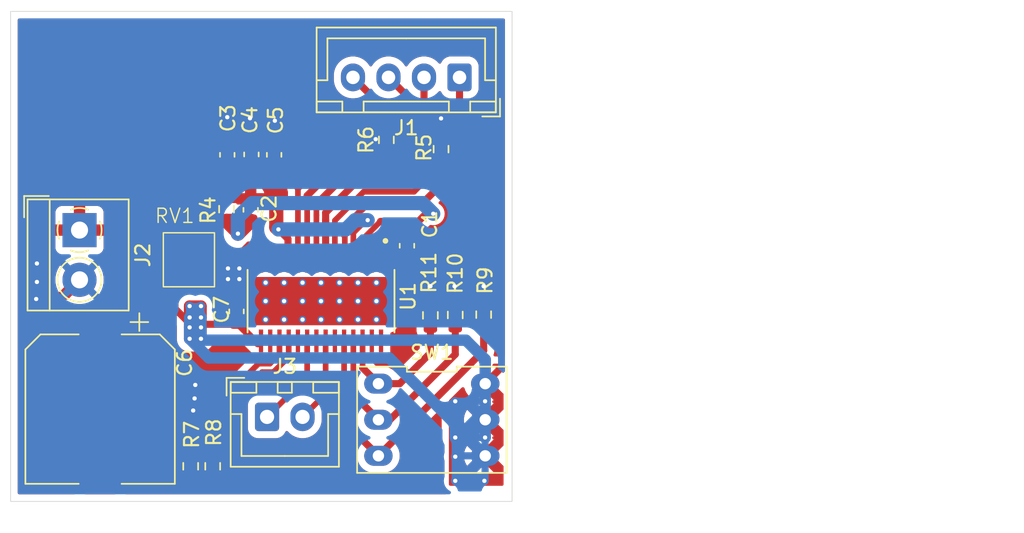
<source format=kicad_pcb>
(kicad_pcb (version 20240108) (generator "pcbnew") (generator_version "8.0")
  (layers (0 "F.Cu" signal) (31 "B.Cu" signal) (34 "B.Paste" user) (35 "F.Paste" user) (36 "B.SilkS" user "B.Silkscreen") (37 "F.SilkS" user "F.Silkscreen") (38 "B.Mask" user) (39 "F.Mask" user) (44 "Edge.Cuts" user))
  (net 0 "")
  (net 1 "CP2")
  (net 2 "CP1")
  (net 3 "VCP")
  (net 4 "VMA")
  (net 5 "gnd!")
  (net 6 "3V3")
  (net 7 "BOUT1")
  (net 8 "AOUT1")
  (net 9 "AOUT2")
  (net 10 "BOUT2")
  (net 11 "DIR")
  (net 12 "STEP")
  (net 13 "ISENA")
  (net 14 "ISENB")
  (net 15 "NSLEEP")
  (net 16 "NFLT")
  (net 17 "NFAULT")
  (net 18 "M0")
  (net 19 "M1")
  (net 20 "M2")
  (net 21 "AVREF")
  (net 22 "EXP")
  (net 23 "DECAY")
  (net 24 "NHOME")
  (net 25 "NENBL")
  (net 26 "NRESET")
  (footprint "Resistor_SMD:R_0603_1608Metric" (layer "F.Cu") (at 54.9 76.2 90)
    (property "Reference" "R5" (at 0.1 -1.2 90) (layer "F.SilkS"))
    (property "Value" "0.1")
    (fp_line (start -0.237258 -0.5225) (end 0.237258 -0.5225) (stroke (width 0.12)) (layer "F.SilkS"))
    (fp_line (start -0.237258 0.5225) (end 0.237258 0.5225) (stroke (width 0.12)) (layer "F.SilkS"))
    (pad "1" smd roundrect (at -0.825 0 90) (size 0.8 0.95) (layers "F.Cu" "F.Paste" "F.Mask") (net 13 "ISENA"))
    (pad "2" smd roundrect (at 0.825 0 90) (size 0.8 0.95) (layers "F.Cu" "F.Paste" "F.Mask") (net 5 "gnd!"))
  )
  (footprint "Zaid_Custom:IC_TPS61196PWPRQ1" (layer "F.Cu") (at 46.45 86.9 -90)
    (property "Reference" "U1" (at -0.325 -6.135 90) (layer "F.SilkS"))
    (property "Value" "DRV8825PWP")
    (fp_line (start -2.2 5.17) (end 2.2 5.17) (stroke (width 0.127)) (layer "F.SilkS"))
    (fp_line (start -2.2 -5.17) (end 2.2 -5.17) (stroke (width 0.127)) (layer "F.SilkS"))
    (fp_circle (center -4.24 -4.535) (end -4.14 -4.535) (stroke (width 0.2)) (fill none) (layer "F.SilkS"))
    (pad "1" smd rect (at -2.8 -4.225 270) (size 1.6 0.3) (layers "F.Cu") (net 2 "CP1"))
    (pad "2" smd rect (at -2.8 -3.575 270) (size 1.6 0.3) (layers "F.Cu") (net 1 "CP2"))
    (pad "3" smd rect (at -2.8 -2.925 270) (size 1.6 0.3) (layers "F.Cu") (net 3 "VCP"))
    (pad "4" smd rect (at -2.8 -2.275 270) (size 1.6 0.3) (layers "F.Cu") (net 4 "VMA"))
    (pad "5" smd rect (at -2.8 -1.625 270) (size 1.6 0.3) (layers "F.Cu") (net 8 "AOUT1"))
    (pad "6" smd rect (at -2.8 -0.975 270) (size 1.6 0.3) (layers "F.Cu") (net 13 "ISENA"))
    (pad "7" smd rect (at -2.8 -0.325 270) (size 1.6 0.3) (layers "F.Cu") (net 9 "AOUT2"))
    (pad "8" smd rect (at -2.8 0.325 270) (size 1.6 0.3) (layers "F.Cu") (net 10 "BOUT2"))
    (pad "9" smd rect (at -2.8 0.975 270) (size 1.6 0.3) (layers "F.Cu") (net 14 "ISENB"))
    (pad "10" smd rect (at -2.8 1.625 270) (size 1.6 0.3) (layers "F.Cu") (net 7 "BOUT1"))
    (pad "11" smd rect (at -2.8 2.275 270) (size 1.6 0.3) (layers "F.Cu") (net 4 "VMA"))
    (pad "12" smd rect (at -2.8 2.925 270) (size 1.6 0.3) (layers "F.Cu") (net 21 "AVREF"))
    (pad "13" smd rect (at -2.8 3.575 270) (size 1.6 0.3) (layers "F.Cu") (net 21 "AVREF"))
    (pad "14" smd rect (at -2.8 4.225 270) (size 1.6 0.3) (layers "F.Cu") (net 5 "gnd!"))
    (pad "15" smd rect (at 2.8 4.225 270) (size 1.6 0.3) (layers "F.Cu") (net 6 "3V3"))
    (pad "16" smd rect (at 2.8 3.575 270) (size 1.6 0.3) (layers "F.Cu") (net 26 "NRESET"))
    (pad "17" smd rect (at 2.8 2.925 270) (size 1.6 0.3) (layers "F.Cu") (net 15 "NSLEEP"))
    (pad "18" smd rect (at 2.8 2.275 270) (size 1.6 0.3) (layers "F.Cu") (net 17 "NFAULT"))
    (pad "19" smd rect (at 2.8 1.625 270) (size 1.6 0.3) (layers "F.Cu") (net 23 "DECAY"))
    (pad "20" smd rect (at 2.8 0.975 270) (size 1.6 0.3) (layers "F.Cu") (net 11 "DIR"))
    (pad "21" smd rect (at 2.8 0.325 270) (size 1.6 0.3) (layers "F.Cu") (net 25 "NENBL"))
    (pad "22" smd rect (at 2.8 -0.325 270) (size 1.6 0.3) (layers "F.Cu") (net 12 "STEP"))
    (pad "23" smd rect (at 2.8 -0.975 270) (size 1.6 0.3) (layers "F.Cu"))
    (pad "24" smd rect (at 2.8 -1.625 270) (size 1.6 0.3) (layers "F.Cu") (net 18 "M0"))
    (pad "25" smd rect (at 2.8 -2.275 270) (size 1.6 0.3) (layers "F.Cu") (net 19 "M1"))
    (pad "26" smd rect (at 2.8 -2.925 270) (size 1.6 0.3) (layers "F.Cu") (net 20 "M2"))
    (pad "27" smd rect (at 2.8 -3.575 270) (size 1.6 0.3) (layers "F.Cu") (net 24 "NHOME"))
    (pad "28" smd rect (at 2.8 -4.225 270) (size 1.6 0.3) (layers "F.Cu") (net 5 "gnd!"))
    (pad "29" smd rect (at 0 0 270) (size 3.4 9.7) (layers "F.Cu") (net 22 "EXP"))
    (pad "30" thru_hole circle (at 0 0 270) (size 0.5 0.5) (drill 0.3) (layers "*.Cu") (net 22 "EXP"))
    (pad "31" thru_hole circle (at 0 -1.3 270) (size 0.5 0.5) (drill 0.3) (layers "*.Cu") (net 22 "EXP"))
    (pad "32" thru_hole circle (at 0 -2.6 270) (size 0.5 0.5) (drill 0.3) (layers "*.Cu") (net 22 "EXP"))
    (pad "33" thru_hole circle (at 0 -3.9 270) (size 0.5 0.5) (drill 0.3) (layers "*.Cu") (net 22 "EXP"))
    (pad "34" thru_hole circle (at 0 1.3 270) (size 0.5 0.5) (drill 0.3) (layers "*.Cu") (net 22 "EXP"))
    (pad "35" thru_hole circle (at 0 2.6 270) (size 0.5 0.5) (drill 0.3) (layers "*.Cu") (net 22 "EXP"))
    (pad "36" thru_hole circle (at 0 3.9 270) (size 0.5 0.5) (drill 0.3) (layers "*.Cu") (net 22 "EXP"))
    (pad "37" thru_hole circle (at -1.3 -3.9 270) (size 0.5 0.5) (drill 0.3) (layers "*.Cu") (net 22 "EXP"))
    (pad "38" thru_hole circle (at 1.3 -3.9 270) (size 0.5 0.5) (drill 0.3) (layers "*.Cu") (net 22 "EXP"))
    (pad "39" thru_hole circle (at -1.3 -2.6 270) (size 0.5 0.5) (drill 0.3) (layers "*.Cu") (net 22 "EXP"))
    (pad "40" thru_hole circle (at 1.3 -2.6 270) (size 0.5 0.5) (drill 0.3) (layers "*.Cu") (net 22 "EXP"))
    (pad "41" thru_hole circle (at 1.3 -1.3 270) (size 0.5 0.5) (drill 0.3) (layers "*.Cu") (net 22 "EXP"))
    (pad "42" thru_hole circle (at -1.3 -1.3 270) (size 0.5 0.5) (drill 0.3) (layers "*.Cu") (net 22 "EXP"))
    (pad "43" thru_hole circle (at -1.3 0 270) (size 0.5 0.5) (drill 0.3) (layers "*.Cu") (net 22 "EXP"))
    (pad "44" thru_hole circle (at 1.3 0 270) (size 0.5 0.5) (drill 0.3) (layers "*.Cu") (net 22 "EXP"))
    (pad "45" thru_hole circle (at -1.3 1.3 270) (size 0.5 0.5) (drill 0.3) (layers "*.Cu") (net 22 "EXP"))
    (pad "46" thru_hole circle (at 1.3 1.3 270) (size 0.5 0.5) (drill 0.3) (layers "*.Cu") (net 22 "EXP"))
    (pad "47" thru_hole circle (at -1.3 2.6 270) (size 0.5 0.5) (drill 0.3) (layers "*.Cu") (net 22 "EXP"))
    (pad "48" thru_hole circle (at 1.3 2.6 270) (size 0.5 0.5) (drill 0.3) (layers "*.Cu") (net 22 "EXP"))
    (pad "49" thru_hole circle (at -1.3 3.9 270) (size 0.5 0.5) (drill 0.3) (layers "*.Cu") (net 22 "EXP"))
    (pad "50" thru_hole circle (at 1.3 3.9 270) (size 0.5 0.5) (drill 0.3) (layers "*.Cu") (net 22 "EXP"))
  )
  (footprint "Resistor_SMD:R_0603_1608Metric" (layer "F.Cu") (at 39.8 80.425 -90)
    (property "Reference" "R4" (at 0.075 1.3 90) (layer "F.SilkS"))
    (property "Value" "1M" (hide yes))
    (fp_line (start -0.237258 0.5225) (end 0.237258 0.5225) (stroke (width 0.12)) (layer "F.SilkS"))
    (fp_line (start -0.237258 -0.5225) (end 0.237258 -0.5225) (stroke (width 0.12)) (layer "F.SilkS"))
    (pad "1" smd roundrect (at -0.825 0 270) (size 0.8 0.95) (layers "F.Cu" "F.Paste" "F.Mask") (net 4 "VMA"))
    (pad "2" smd roundrect (at 0.825 0 270) (size 0.8 0.95) (layers "F.Cu" "F.Paste" "F.Mask") (net 3 "VCP"))
  )
  (footprint "Capacitor_SMD:C_0603_1608Metric" (layer "F.Cu") (at 40.5 87.625 90)
    (property "Reference" "C7" (at 0.125 -1.05 90) (layer "F.SilkS"))
    (property "Value" "0.47uF")
    (fp_line (start -0.14058 -0.51) (end 0.14058 -0.51) (stroke (width 0.12)) (layer "F.SilkS"))
    (fp_line (start -0.14058 0.51) (end 0.14058 0.51) (stroke (width 0.12)) (layer "F.SilkS"))
    (pad "1" smd roundrect (at -0.775 0 90) (size 0.9 0.95) (layers "F.Cu" "F.Paste" "F.Mask") (net 6 "3V3"))
    (pad "2" smd roundrect (at 0.775 0 90) (size 0.9 0.95) (layers "F.Cu" "F.Paste" "F.Mask") (net 5 "gnd!"))
  )
  (footprint "Custom_Switches:CONNFLY DIP-3" (layer "F.Cu") (at 54.25 95.25 -90)
    (property "Reference" "SW1" (at -4.74 0 0) (layer "F.SilkS"))
    (property "Value" "SW_DIP_x03" (hide yes))
    (fp_line (start -3.74 5.26) (end 3.739999 5.26) (stroke (width 0.12)) (layer "F.SilkS"))
    (fp_line (start 3.739999 5.26) (end 3.74 -5.26) (stroke (width 0.12)) (layer "F.SilkS"))
    (fp_line (start -3.74 1.753333) (end -3.74 5.26) (stroke (width 0.12)) (layer "F.SilkS"))
    (fp_line (start -3.38 1.753333) (end -3.74 1.753333) (stroke (width 0.12)) (layer "F.SilkS"))
    (fp_line (start -3.74 -1.753333) (end -3.38 -1.753333) (stroke (width 0.12)) (layer "F.SilkS"))
    (fp_line (start -3.38 -1.753333) (end -3.38 1.753333) (stroke (width 0.12)) (layer "F.SilkS"))
    (fp_line (start -3.739999 -5.26) (end -3.74 -1.753333) (stroke (width 0.12)) (layer "F.SilkS"))
    (fp_line (start 3.74 -5.26) (end -3.739999 -5.26) (stroke (width 0.12)) (layer "F.SilkS"))
    (pad "1" thru_hole oval (at -2.54 3.76 270) (size 1.4 2) (drill 0.8) (layers "*.Cu" "*.Mask") (net 20 "M2"))
    (pad "2" thru_hole oval (at 0 3.76 270) (size 1.4 2) (drill 0.8) (layers "*.Cu" "*.Mask") (net 19 "M1"))
    (pad "3" thru_hole oval (at 2.54 3.76 270) (size 1.4 2) (drill 0.8) (layers "*.Cu" "*.Mask") (net 18 "M0"))
    (pad "4" thru_hole oval (at 2.54 -3.76 270) (size 1.4 2) (drill 0.8) (layers "*.Cu" "*.Mask") (net 6 "3V3"))
    (pad "5" thru_hole oval (at 0 -3.76 270) (size 1.4 2) (drill 0.8) (layers "*.Cu" "*.Mask") (net 6 "3V3"))
    (pad "6" thru_hole oval (at -2.54 -3.76 270) (size 1.4 2) (drill 0.8) (layers "*.Cu" "*.Mask") (net 6 "3V3"))
  )
  (footprint "Capacitor_SMD:C_0603_1608Metric" (layer "F.Cu") (at 43.15 76.6 90)
    (property "Reference" "C5" (at 2.425 0.1 90) (layer "F.SilkS"))
    (property "Value" "0.1u")
    (fp_line (start -0.14058 -0.51) (end 0.14058 -0.51) (stroke (width 0.12)) (layer "F.SilkS"))
    (fp_line (start -0.14058 0.51) (end 0.14058 0.51) (stroke (width 0.12)) (layer "F.SilkS"))
    (pad "1" smd roundrect (at -0.775 0 90) (size 0.9 0.95) (layers "F.Cu" "F.Paste" "F.Mask") (net 4 "VMA"))
    (pad "2" smd roundrect (at 0.775 0 90) (size 0.9 0.95) (layers "F.Cu" "F.Paste" "F.Mask") (net 5 "gnd!"))
  )
  (footprint "Capacitor_SMD:C_0603_1608Metric" (layer "F.Cu") (at 41.55 76.575 90)
    (property "Reference" "C4" (at 2.425 -0.1 90) (layer "F.SilkS"))
    (property "Value" "0.1u" (hide yes))
    (fp_line (start -0.14058 -0.51) (end 0.14058 -0.51) (stroke (width 0.12)) (layer "F.SilkS"))
    (fp_line (start -0.14058 0.51) (end 0.14058 0.51) (stroke (width 0.12)) (layer "F.SilkS"))
    (pad "1" smd roundrect (at -0.775 0 90) (size 0.9 0.95) (layers "F.Cu" "F.Paste" "F.Mask") (net 4 "VMA"))
    (pad "2" smd roundrect (at 0.775 0 90) (size 0.9 0.95) (layers "F.Cu" "F.Paste" "F.Mask") (net 5 "gnd!"))
  )
  (footprint "Resistor_SMD:R_0603_1608Metric" (layer "F.Cu") (at 51.05 75.55 90)
    (property "Reference" "R6" (at 0 -1.43 90) (layer "F.SilkS"))
    (property "Value" "0.1")
    (fp_line (start -0.237258 -0.5225) (end 0.237258 -0.5225) (stroke (width 0.12)) (layer "F.SilkS"))
    (fp_line (start -0.237258 0.5225) (end 0.237258 0.5225) (stroke (width 0.12)) (layer "F.SilkS"))
    (pad "1" smd roundrect (at -0.825 0 90) (size 0.8 0.95) (layers "F.Cu" "F.Paste" "F.Mask") (net 14 "ISENB"))
    (pad "2" smd roundrect (at 0.825 0 90) (size 0.8 0.95) (layers "F.Cu" "F.Paste" "F.Mask") (net 5 "gnd!"))
  )
  (footprint "Capacitor_SMD:C_0603_1608Metric" (layer "F.Cu") (at 41.5 80.475 -90)
    (property "Reference" "C2" (at -0.075 -1.3 90) (layer "F.SilkS"))
    (property "Value" "0.1uF" (hide yes))
    (fp_line (start -0.14058 0.51) (end 0.14058 0.51) (stroke (width 0.12)) (layer "F.SilkS"))
    (fp_line (start -0.14058 -0.51) (end 0.14058 -0.51) (stroke (width 0.12)) (layer "F.SilkS"))
    (pad "1" smd roundrect (at -0.775 0 270) (size 0.9 0.95) (layers "F.Cu" "F.Paste" "F.Mask") (net 4 "VMA"))
    (pad "2" smd roundrect (at 0.775 0 270) (size 0.9 0.95) (layers "F.Cu" "F.Paste" "F.Mask") (net 3 "VCP"))
  )
  (footprint "Resistor_SMD:R_0603_1608Metric" (layer "F.Cu") (at 55.9 87.875 90)
    (property "Reference" "R10" (at 2.925 0 90) (layer "F.SilkS"))
    (property "Value" "4.7k" (hide yes))
    (fp_line (start -0.237258 -0.5225) (end 0.237258 -0.5225) (stroke (width 0.12)) (layer "F.SilkS"))
    (fp_line (start -0.237258 0.5225) (end 0.237258 0.5225) (stroke (width 0.12)) (layer "F.SilkS"))
    (pad "1" smd roundrect (at -0.825 0 90) (size 0.8 0.95) (layers "F.Cu" "F.Paste" "F.Mask") (net 19 "M1"))
    (pad "2" smd roundrect (at 0.825 0 90) (size 0.8 0.95) (layers "F.Cu" "F.Paste" "F.Mask") (net 5 "gnd!"))
  )
  (footprint "Capacitor_SMD:CP_Elec_10x10" (layer "F.Cu") (at 30.9 94.5 -90)
    (property "Reference" "C6" (at -3.25 -5.95 90) (layer "F.SilkS"))
    (property "Value" ">100uF")
    (fp_line (start -4.195563 5.26) (end 5.26 5.26) (stroke (width 0.12)) (layer "F.SilkS"))
    (fp_line (start 5.26 5.26) (end 5.26 1.51) (stroke (width 0.12)) (layer "F.SilkS"))
    (fp_line (start -5.26 4.195563) (end -4.195563 5.26) (stroke (width 0.12)) (layer "F.SilkS"))
    (fp_line (start -5.26 4.195563) (end -5.26 1.51) (stroke (width 0.12)) (layer "F.SilkS"))
    (fp_line (start -6.75 -2.76) (end -5.5 -2.76) (stroke (width 0.12)) (layer "F.SilkS"))
    (fp_line (start -6.125 -3.385) (end -6.125 -2.135) (stroke (width 0.12)) (layer "F.SilkS"))
    (fp_line (start -5.26 -4.195563) (end -5.26 -1.51) (stroke (width 0.12)) (layer "F.SilkS"))
    (fp_line (start -5.26 -4.195563) (end -4.195563 -5.26) (stroke (width 0.12)) (layer "F.SilkS"))
    (fp_line (start -4.195563 -5.26) (end 5.26 -5.26) (stroke (width 0.12)) (layer "F.SilkS"))
    (fp_line (start 5.26 -5.26) (end 5.26 -1.51) (stroke (width 0.12)) (layer "F.SilkS"))
    (pad "1" smd roundrect (at -4 0 270) (size 4 2.5) (layers "F.Cu" "F.Paste" "F.Mask") (roundrect_rratio 0.1) (net 4 "VMA"))
    (pad "2" smd roundrect (at 4 0 270) (size 4 2.5) (layers "F.Cu" "F.Paste" "F.Mask") (roundrect_rratio 0.1) (net 5 "gnd!"))
  )
  (footprint "TerminalBlock_4Ucon:TerminalBlock_4Ucon_1x02_P3.50mm_Horizontal" (layer "F.Cu") (at 29.45 81.9 -90)
    (property "Reference" "J2" (at 1.75 -4.46 90) (layer "F.SilkS"))
    (property "Value" "Conn_01x02_Pin" (hide yes))
    (fp_line (start -2.4 3.9) (end -0.9 3.9) (stroke (width 0.12)) (layer "F.SilkS"))
    (fp_line (start -2.16 3.66) (end 5.66 3.66) (stroke (width 0.12)) (layer "F.SilkS"))
    (fp_line (start -2.4 2.16) (end -2.4 3.9) (stroke (width 0.12)) (layer "F.SilkS"))
    (fp_line (start -2.16 2.1) (end 5.66 2.1) (stroke (width 0.12)) (layer "F.SilkS"))
    (fp_line (start -2.16 -3.46) (end -2.16 3.66) (stroke (width 0.12)) (layer "F.SilkS"))
    (fp_line (start -2.16 -3.46) (end 5.66 -3.46) (stroke (width 0.12)) (layer "F.SilkS"))
    (fp_line (start 5.66 -3.46) (end 5.66 3.66) (stroke (width 0.12)) (layer "F.SilkS"))
    (fp_arc (start 0.027011 1.555493) (mid -0.296984 1.527118) (end -0.608 1.432) (stroke (width 0.12)) (layer "F.SilkS"))
    (fp_arc (start 0.607587 1.431385) (mid 0.310017 1.523783) (end 0 1.555) (stroke (width 0.12)) (layer "F.SilkS"))
    (fp_arc (start -1.432109 0.607742) (mid -1.555727 -0.00014) (end -1.432 -0.608) (stroke (width 0.12)) (layer "F.SilkS"))
    (fp_arc (start 1.432109 -0.607742) (mid 1.555727 0.00014) (end 1.432 0.608) (stroke (width 0.12)) (layer "F.SilkS"))
    (fp_arc (start -0.607742 -1.432109) (mid 0.00014 -1.555727) (end 0.608 -1.432) (stroke (width 0.12)) (layer "F.SilkS"))
    (fp_circle (center 3.5 0) (end 5.055 0) (stroke (width 0.12)) (fill none) (layer "F.SilkS"))
    (pad "1" thru_hole rect (at 0 0 270) (size 2.4 2.4) (drill 1.2) (layers "*.Cu" "*.Mask") (net 4 "VMA"))
    (pad "2" thru_hole circle (at 3.5 0 270) (size 2.4 2.4) (drill 1.2) (layers "*.Cu" "*.Mask") (net 5 "gnd!"))
  )
  (footprint "Resistor_SMD:R_0603_1608Metric" (layer "F.Cu") (at 38.825 98.525 90)
    (property "Reference" "R8" (at 2.375 0.075 90) (layer "F.SilkS"))
    (property "Value" "1.5K")
    (fp_line (start -0.237258 -0.5225) (end 0.237258 -0.5225) (stroke (width 0.12)) (layer "F.SilkS"))
    (fp_line (start -0.237258 0.5225) (end 0.237258 0.5225) (stroke (width 0.12)) (layer "F.SilkS"))
    (pad "1" smd roundrect (at -0.825 0 90) (size 0.8 0.95) (layers "F.Cu" "F.Paste" "F.Mask") (net 16 "NFLT"))
    (pad "2" smd roundrect (at 0.825 0 90) (size 0.8 0.95) (layers "F.Cu" "F.Paste" "F.Mask") (net 17 "NFAULT"))
  )
  (footprint "Connector_JST:JST_XH_B4B-XH-A_1x04_P2.50mm_Vertical" (layer "F.Cu") (at 56.2 71.15 180)
    (property "Reference" "J1" (at 3.75 -3.55 0) (layer "F.SilkS"))
    (property "Value" "Conn_01x04_Pin")
    (fp_line (start 10.06 3.51) (end 10.06 -2.46) (stroke (width 0.12)) (layer "F.SilkS"))
    (fp_line (start 10.06 -2.46) (end -2.56 -2.46) (stroke (width 0.12)) (layer "F.SilkS"))
    (fp_line (start 10.05 -0.2) (end 9.3 -0.2) (stroke (width 0.12)) (layer "F.SilkS"))
    (fp_line (start 10.05 -1.7) (end 10.05 -2.45) (stroke (width 0.12)) (layer "F.SilkS"))
    (fp_line (start 10.05 -2.45) (end 8.25 -2.45) (stroke (width 0.12)) (layer "F.SilkS"))
    (fp_line (start 9.3 2.75) (end 3.75 2.75) (stroke (width 0.12)) (layer "F.SilkS"))
    (fp_line (start 9.3 -0.2) (end 9.3 2.75) (stroke (width 0.12)) (layer "F.SilkS"))
    (fp_line (start 8.25 -1.7) (end 10.05 -1.7) (stroke (width 0.12)) (layer "F.SilkS"))
    (fp_line (start 8.25 -2.45) (end 8.25 -1.7) (stroke (width 0.12)) (layer "F.SilkS"))
    (fp_line (start 6.75 -1.7) (end 6.75 -2.45) (stroke (width 0.12)) (layer "F.SilkS"))
    (fp_line (start 6.75 -2.45) (end 0.75 -2.45) (stroke (width 0.12)) (layer "F.SilkS"))
    (fp_line (start 0.75 -1.7) (end 6.75 -1.7) (stroke (width 0.12)) (layer "F.SilkS"))
    (fp_line (start 0.75 -2.45) (end 0.75 -1.7) (stroke (width 0.12)) (layer "F.SilkS"))
    (fp_line (start -0.75 -1.7) (end -0.75 -2.45) (stroke (width 0.12)) (layer "F.SilkS"))
    (fp_line (start -0.75 -2.45) (end -2.55 -2.45) (stroke (width 0.12)) (layer "F.SilkS"))
    (fp_line (start -1.6 -2.75) (end -2.85 -2.75) (stroke (width 0.12)) (layer "F.SilkS"))
    (fp_line (start -1.8 2.75) (end 3.75 2.75) (stroke (width 0.12)) (layer "F.SilkS"))
    (fp_line (start -1.8 -0.2) (end -1.8 2.75) (stroke (width 0.12)) (layer "F.SilkS"))
    (fp_line (start -2.55 -0.2) (end -1.8 -0.2) (stroke (width 0.12)) (layer "F.SilkS"))
    (fp_line (start -2.55 -1.7) (end -0.75 -1.7) (stroke (width 0.12)) (layer "F.SilkS"))
    (fp_line (start -2.55 -2.45) (end -2.55 -1.7) (stroke (width 0.12)) (layer "F.SilkS"))
    (fp_line (start -2.56 3.51) (end 10.06 3.51) (stroke (width 0.12)) (layer "F.SilkS"))
    (fp_line (start -2.56 -2.46) (end -2.56 3.51) (stroke (width 0.12)) (layer "F.SilkS"))
    (fp_line (start -2.85 -2.75) (end -2.85 -1.5) (stroke (width 0.12)) (layer "F.SilkS"))
    (pad "1" thru_hole roundrect (at 0 0 180) (size 1.7 1.95) (drill 0.95) (layers "*.Cu" "*.Mask") (roundrect_rratio 0.147059) (net 8 "AOUT1"))
    (pad "2" thru_hole oval (at 2.5 0 180) (size 1.7 1.95) (drill 0.95) (layers "*.Cu" "*.Mask") (net 9 "AOUT2"))
    (pad "3" thru_hole oval (at 5 0 180) (size 1.7 1.95) (drill 0.95) (layers "*.Cu" "*.Mask") (net 10 "BOUT2"))
    (pad "4" thru_hole oval (at 7.5 0 180) (size 1.7 1.95) (drill 0.95) (layers "*.Cu" "*.Mask") (net 7 "BOUT1"))
  )
  (footprint "Zaid_Custom:Bourns_Trimpot_3.8x3.6" (layer "F.Cu") (at 37.17 84.54)
    (property "Reference" "RV1" (at -1.02 -3.64 0) (layer "F.SilkS") (effects (font (thickness 0.1))))
    (property "Value" "10K" (hide yes))
    (fp_rect (start -1.82 -2.45) (end 1.78 1.35) (stroke (width 0.1)) (fill none) (layer "F.SilkS"))
    (pad "1" smd rect (at -1 1.08) (size 1.2 1.2) (layers "F.Cu" "F.Paste" "F.Mask") (net 6 "3V3"))
    (pad "2" smd rect (at 0 -2.02) (size 1.6 1.5) (layers "F.Cu" "F.Paste" "F.Mask") (net 21 "AVREF"))
    (pad "3" smd rect (at 1.01 1.08) (size 1.2 1.2) (layers "F.Cu" "F.Paste" "F.Mask") (net 5 "gnd!"))
  )
  (footprint "Connector_JST:JST_XH_B2B-XH-A_1x02_P2.50mm_Vertical" (layer "F.Cu") (at 42.65 95.05)
    (property "Reference" "J3" (at 1.25 -3.55 0) (layer "F.SilkS"))
    (property "Value" "Conn_01x02_Pin")
    (fp_line (start -2.85 -2.75) (end -2.85 -1.5) (stroke (width 0.12)) (layer "F.SilkS"))
    (fp_line (start -2.56 -2.46) (end -2.56 3.51) (stroke (width 0.12)) (layer "F.SilkS"))
    (fp_line (start -2.56 3.51) (end 5.06 3.51) (stroke (width 0.12)) (layer "F.SilkS"))
    (fp_line (start -2.55 -2.45) (end -2.55 -1.7) (stroke (width 0.12)) (layer "F.SilkS"))
    (fp_line (start -2.55 -1.7) (end -0.75 -1.7) (stroke (width 0.12)) (layer "F.SilkS"))
    (fp_line (start -2.55 -0.2) (end -1.8 -0.2) (stroke (width 0.12)) (layer "F.SilkS"))
    (fp_line (start -1.8 -0.2) (end -1.8 2.75) (stroke (width 0.12)) (layer "F.SilkS"))
    (fp_line (start -1.8 2.75) (end 1.25 2.75) (stroke (width 0.12)) (layer "F.SilkS"))
    (fp_line (start -1.6 -2.75) (end -2.85 -2.75) (stroke (width 0.12)) (layer "F.SilkS"))
    (fp_line (start -0.75 -2.45) (end -2.55 -2.45) (stroke (width 0.12)) (layer "F.SilkS"))
    (fp_line (start -0.75 -1.7) (end -0.75 -2.45) (stroke (width 0.12)) (layer "F.SilkS"))
    (fp_line (start 0.75 -2.45) (end 0.75 -1.7) (stroke (width 0.12)) (layer "F.SilkS"))
    (fp_line (start 0.75 -1.7) (end 1.75 -1.7) (stroke (width 0.12)) (layer "F.SilkS"))
    (fp_line (start 1.75 -2.45) (end 0.75 -2.45) (stroke (width 0.12)) (layer "F.SilkS"))
    (fp_line (start 1.75 -1.7) (end 1.75 -2.45) (stroke (width 0.12)) (layer "F.SilkS"))
    (fp_line (start 3.25 -2.45) (end 3.25 -1.7) (stroke (width 0.12)) (layer "F.SilkS"))
    (fp_line (start 3.25 -1.7) (end 5.05 -1.7) (stroke (width 0.12)) (layer "F.SilkS"))
    (fp_line (start 4.3 -0.2) (end 4.3 2.75) (stroke (width 0.12)) (layer "F.SilkS"))
    (fp_line (start 4.3 2.75) (end 1.25 2.75) (stroke (width 0.12)) (layer "F.SilkS"))
    (fp_line (start 5.05 -2.45) (end 3.25 -2.45) (stroke (width 0.12)) (layer "F.SilkS"))
    (fp_line (start 5.05 -1.7) (end 5.05 -2.45) (stroke (width 0.12)) (layer "F.SilkS"))
    (fp_line (start 5.05 -0.2) (end 4.3 -0.2) (stroke (width 0.12)) (layer "F.SilkS"))
    (fp_line (start 5.06 -2.46) (end -2.56 -2.46) (stroke (width 0.12)) (layer "F.SilkS"))
    (fp_line (start 5.06 3.51) (end 5.06 -2.46) (stroke (width 0.12)) (layer "F.SilkS"))
    (pad "1" thru_hole roundrect (at 0 0) (size 1.7 2) (drill 1) (layers "*.Cu" "*.Mask") (roundrect_rratio 0.147059) (net 11 "DIR"))
    (pad "2" thru_hole oval (at 2.5 0) (size 1.7 2) (drill 1) (layers "*.Cu" "*.Mask") (net 12 "STEP"))
  )
  (footprint "Resistor_SMD:R_0603_1608Metric" (layer "F.Cu") (at 37.275 98.525 -90)
    (property "Reference" "R7" (at -2.225 -0.075 90) (layer "F.SilkS"))
    (property "Value" "10K")
    (fp_line (start -0.237258 0.5225) (end 0.237258 0.5225) (stroke (width 0.12)) (layer "F.SilkS"))
    (fp_line (start -0.237258 -0.5225) (end 0.237258 -0.5225) (stroke (width 0.12)) (layer "F.SilkS"))
    (pad "1" smd roundrect (at -0.825 0 270) (size 0.8 0.95) (layers "F.Cu" "F.Paste" "F.Mask") (net 15 "NSLEEP"))
    (pad "2" smd roundrect (at 0.825 0 270) (size 0.8 0.95) (layers "F.Cu" "F.Paste" "F.Mask") (net 16 "NFLT"))
  )
  (footprint "Resistor_SMD:R_0603_1608Metric" (layer "F.Cu") (at 57.9 87.85 90)
    (property "Reference" "R9" (at 2.4 0.1 90) (layer "F.SilkS"))
    (property "Value" "4.7k" (hide yes))
    (fp_line (start -0.237258 -0.5225) (end 0.237258 -0.5225) (stroke (width 0.12)) (layer "F.SilkS"))
    (fp_line (start -0.237258 0.5225) (end 0.237258 0.5225) (stroke (width 0.12)) (layer "F.SilkS"))
    (pad "1" smd roundrect (at -0.825 0 90) (size 0.8 0.95) (layers "F.Cu" "F.Paste" "F.Mask") (net 18 "M0"))
    (pad "2" smd roundrect (at 0.825 0 90) (size 0.8 0.95) (layers "F.Cu" "F.Paste" "F.Mask") (net 5 "gnd!"))
  )
  (footprint "Capacitor_SMD:C_0603_1608Metric" (layer "F.Cu") (at 39.85 76.6 90)
    (property "Reference" "C3" (at 2.575 0.05 90) (layer "F.SilkS"))
    (property "Value" "4.7u" (hide yes))
    (fp_line (start -0.14058 -0.51) (end 0.14058 -0.51) (stroke (width 0.12)) (layer "F.SilkS"))
    (fp_line (start -0.14058 0.51) (end 0.14058 0.51) (stroke (width 0.12)) (layer "F.SilkS"))
    (pad "1" smd roundrect (at -0.775 0 90) (size 0.9 0.95) (layers "F.Cu" "F.Paste" "F.Mask") (net 4 "VMA"))
    (pad "2" smd roundrect (at 0.775 0 90) (size 0.9 0.95) (layers "F.Cu" "F.Paste" "F.Mask") (net 5 "gnd!"))
  )
  (footprint "Capacitor_SMD:C_0603_1608Metric" (layer "F.Cu") (at 52.5 83 90)
    (property "Reference" "C1" (at 1.5 1.6 90) (layer "F.SilkS"))
    (property "Value" "0.01uF" (hide yes))
    (fp_line (start -0.14058 -0.51) (end 0.14058 -0.51) (stroke (width 0.12)) (layer "F.SilkS"))
    (fp_line (start -0.14058 0.51) (end 0.14058 0.51) (stroke (width 0.12)) (layer "F.SilkS"))
    (pad "1" smd roundrect (at -0.775 0 90) (size 0.9 0.95) (layers "F.Cu" "F.Paste" "F.Mask") (net 2 "CP1"))
    (pad "2" smd roundrect (at 0.775 0 90) (size 0.9 0.95) (layers "F.Cu" "F.Paste" "F.Mask") (net 1 "CP2"))
  )
  (footprint "Resistor_SMD:R_0603_1608Metric" (layer "F.Cu") (at 54.15 87.9 90)
    (property "Reference" "R11" (at 3 -0.1 90) (layer "F.SilkS"))
    (property "Value" "4.7k")
    (fp_line (start -0.237258 -0.5225) (end 0.237258 -0.5225) (stroke (width 0.12)) (layer "F.SilkS"))
    (fp_line (start -0.237258 0.5225) (end 0.237258 0.5225) (stroke (width 0.12)) (layer "F.SilkS"))
    (pad "1" smd roundrect (at -0.825 0 90) (size 0.8 0.95) (layers "F.Cu" "F.Paste" "F.Mask") (net 20 "M2"))
    (pad "2" smd roundrect (at 0.825 0 90) (size 0.8 0.95) (layers "F.Cu" "F.Paste" "F.Mask") (net 5 "gnd!"))
  )
  (gr_rect (start 24.6 66.5) (end 59.9 101) (stroke (width 0.05)) (fill none) (layer "Edge.Cuts"))
  (segment (start 52.5 82.225) (end 50.625 82.225) (width 0.4) (layer "F.Cu") (net 1))
  (segment (start 50.625 82.225) (end 50.025 82.825) (width 0.4) (layer "F.Cu") (net 1))
  (segment (start 50.025 82.825) (end 50.025 84.1) (width 0.4) (layer "F.Cu") (net 1))
  (segment (start 52.175 84.1) (end 52.5 83.775) (width 0.5) (layer "F.Cu") (net 2))
  (segment (start 50.675 84.1) (end 52.175 84.1) (width 0.5) (layer "F.Cu") (net 2))
  (segment (start 53.83995 80.75) (end 53.30245 81.2875) (width 0.5) (layer "F.Cu") (net 3))
  (segment (start 49.375 82.55) (end 49.375 84.1) (width 0.4) (layer "F.Cu") (net 3))
  (segment (start 50.6375 81.2875) (end 49.375 82.55) (width 0.4) (layer "F.Cu") (net 3))
  (segment (start 40.6 82.15) (end 40.6 82.05) (width 1) (layer "F.Cu") (net 3))
  (segment (start 53.30245 81.2875) (end 50.6375 81.2875) (width 0.5) (layer "F.Cu") (net 3))
  (segment (start 41.5 81.25) (end 39.8 81.25) (width 1) (layer "F.Cu") (net 3))
  (segment (start 39.8 81.35) (end 39.8 81.25) (width 0.5) (layer "F.Cu") (net 3))
  (segment (start 40.6 82.05) (end 39.8 81.25) (width 1) (layer "F.Cu") (net 3))
  (segment (start 54.35 80.75) (end 53.83995 80.75) (width 0.5) (layer "F.Cu") (net 3))
  (segment (start 40.6 82.15) (end 41.5 81.25) (width 1) (layer "F.Cu") (net 3))
  (via (at 40.6 82.15) (size 0.6) (drill 0.3) (layers "F.Cu" "B.Cu") (net 3))
  (via (at 54.35 80.75) (size 0.6) (drill 0.3) (layers "F.Cu" "B.Cu") (net 3))
  (segment (start 41.602944 80) (end 53.6 80) (width 1) (layer "B.Cu") (net 3))
  (segment (start 40.6 82.15) (end 40.6 81.002944) (width 1) (layer "B.Cu") (net 3))
  (segment (start 53.6 80) (end 54.35 80.75) (width 1) (layer "B.Cu") (net 3))
  (segment (start 40.6 81.002944) (end 41.602944 80) (width 1) (layer "B.Cu") (net 3))
  (segment (start 44.125 82.525) (end 44.125 84.1) (width 0.5) (layer "F.Cu") (net 4))
  (segment (start 48.725 82.018402) (end 49.543403 81.199999) (width 0.5) (layer "F.Cu") (net 4))
  (segment (start 30.9 89) (end 29.65 90.25) (width 0.2) (layer "F.Cu") (net 4))
  (segment (start 43.3 81.7) (end 43.3 79.45) (width 1) (layer "F.Cu") (net 4))
  (segment (start 49.543403 81.199999) (end 49.735051 81.199999) (width 0.2) (layer "F.Cu") (net 4))
  (segment (start 43 77.525) (end 43.15 77.375) (width 0.2) (layer "F.Cu") (net 4))
  (segment (start 43.45 81.85) (end 43.3 81.7) (width 1) (layer "F.Cu") (net 4))
  (segment (start 41.4 79.6) (end 41.5 79.7) (width 0.2) (layer "F.Cu") (net 4))
  (segment (start 43.5 81.9) (end 44.125 82.525) (width 0.5) (layer "F.Cu") (net 4))
  (segment (start 39.85 77.375) (end 43.15 77.375) (width 0.2) (layer "F.Cu") (net 4))
  (segment (start 39.8 79.6) (end 41.4 79.6) (width 0.2) (layer "F.Cu") (net 4))
  (segment (start 48.725 84.1) (end 48.725 82.018402) (width 0.4) (layer "F.Cu") (net 4))
  (via (at 43.45 81.85) (size 0.6) (drill 0.3) (layers "F.Cu" "B.Cu") (net 4))
  (via (at 49.735051 81.199999) (size 0.6) (drill 0.3) (layers "F.Cu" "B.Cu") (net 4))
  (segment (start 48.851474 81.199999) (end 48.201473 81.85) (width 1) (layer "B.Cu") (net 4))
  (segment (start 48.201473 81.85) (end 43.45 81.85) (width 1) (layer "B.Cu") (net 4))
  (segment (start 49.735051 81.199999) (end 48.851474 81.199999) (width 1) (layer "B.Cu") (net 4))
  (segment (start 55.85 85.85) (end 55.85 87) (width 0.2) (layer "F.Cu") (net 5))
  (segment (start 41.45 74.025) (end 41.45 75.7) (width 0.2) (layer "F.Cu") (net 5))
  (segment (start 54.15 87.075) (end 54.15 85.85) (width 0.2) (layer "F.Cu") (net 5))
  (segment (start 43 75.975) (end 43.15 75.825) (width 0.2) (layer "F.Cu") (net 5))
  (segment (start 57.9 85.85) (end 57.9 87.025) (width 0.2) (layer "F.Cu") (net 5))
  (segment (start 57.9 87.025) (end 54.2 87.025) (width 0.5) (layer "F.Cu") (net 5))
  (segment (start 54.9 74.0375) (end 54.9 75.2625) (width 0.4) (layer "F.Cu") (net 5))
  (segment (start 51.525 89.7) (end 54.15 87.075) (width 0.5) (layer "F.Cu") (net 5))
  (segment (start 50.675 89.7) (end 51.525 89.7) (width 0.5) (layer "F.Cu") (net 5))
  (segment (start 41.45 75.7) (end 41.55 75.8) (width 0.2) (layer "F.Cu") (net 5))
  (segment (start 51.05 74.65) (end 51.05 74.75) (width 0.5) (layer "F.Cu") (net 5))
  (segment (start 39.85 73.95) (end 39.85 75.825) (width 0.2) (layer "F.Cu") (net 5))
  (segment (start 43.2 75.775) (end 43.15 75.825) (width 0.2) (layer "F.Cu") (net 5))
  (segment (start 51.05 74.75) (end 50.3 75.5) (width 0.5) (layer "F.Cu") (net 5))
  (segment (start 43.2 74.2) (end 43.2 75.775) (width 0.2) (layer "F.Cu") (net 5))
  (segment (start 42.225 84.1) (end 41.85 84.1) (width 0.5) (layer "F.Cu") (net 5))
  (via (at 26.45 84.25) (size 0.6) (drill 0.3) (layers "F.Cu" "B.Cu") (net 5))
  (via (at 39.85 73.95) (size 0.6) (drill 0.3) (layers "F.Cu" "B.Cu") (net 5))
  (via (at 26.45 85.55) (size 0.6) (drill 0.3) (layers "F.Cu" "B.Cu") (net 5))
  (via (at 57.9 85.85) (size 0.6) (drill 0.3) (layers "F.Cu" "B.Cu") (net 5))
  (via (at 40.7 85.35) (size 0.6) (drill 0.3) (layers "F.Cu" "B.Cu") (net 5))
  (via (at 40.7 84.6) (size 0.6) (drill 0.3) (layers "F.Cu" "B.Cu") (net 5))
  (via (at 43.2 74.2) (size 0.6) (drill 0.3) (layers "F.Cu" "B.Cu") (net 5))
  (via (at 37.55 93.75) (size 0.6) (drill 0.3) (layers "F.Cu" "B.Cu") (net 5))
  (via (at 54.9 74.0375) (size 0.6) (drill 0.3) (layers "F.Cu" "B.Cu") (net 5))
  (via (at 37.6 92.8) (size 0.6) (drill 0.3) (layers "F.Cu" "B.Cu") (net 5))
  (via (at 39.9 85.35) (size 0.6) (drill 0.3) (layers "F.Cu" "B.Cu") (net 5))
  (via (at 41.45 74.025) (size 0.6) (drill 0.3) (layers "F.Cu" "B.Cu") (net 5))
  (via (at 39.9 84.6) (size 0.6) (drill 0.3) (layers "F.Cu" "B.Cu") (net 5))
  (via (at 54.15 85.85) (size 0.6) (drill 0.3) (layers "F.Cu" "B.Cu") (net 5))
  (via (at 50.3 75.5) (size 0.6) (drill 0.3) (layers "F.Cu" "B.Cu") (net 5))
  (via (at 37.45 94.6) (size 0.6) (drill 0.3) (layers "F.Cu" "B.Cu") (net 5))
  (via (at 55.85 85.85) (size 0.6) (drill 0.3) (layers "F.Cu" "B.Cu") (net 5))
  (via (at 26.4 86.75) (size 0.6) (drill 0.3) (layers "F.Cu" "B.Cu") (net 5))
  (segment (start 58.01 96.49) (end 58 96.5) (width 0.2) (layer "F.Cu") (net 6))
  (segment (start 37.2 89.55) (end 38 89.55) (width 0.8) (layer "F.Cu") (net 6))
  (segment (start 58.01 92.71) (end 58.01 93.94) (width 0.2) (layer "F.Cu") (net 6))
  (segment (start 40.37 88.53) (end 40.5 88.4) (width 0.2) (layer "F.Cu") (net 6))
  (segment (start 42.025 89.9) (end 42.225 89.7) (width 0.2) (layer "F.Cu") (net 6))
  (segment (start 37.2 88.05) (end 37.2 87.25) (width 0.8) (layer "F.Cu") (net 6))
  (segment (start 58 93.95) (end 58.01 93.96) (width 0.2) (layer "F.Cu") (net 6))
  (segment (start 40.5 88.4) (end 42 89.9) (width 0.5) (layer "F.Cu") (net 6))
  (segment (start 58 96.5) (end 58.01 96.51) (width 0.2) (layer "F.Cu") (net 6))
  (segment (start 38 87.25) (end 38 88.05) (width 0.8) (layer "F.Cu") (net 6))
  (segment (start 55.9 93.95) (end 55.9 99.55) (width 0.2) (layer "F.Cu") (net 6))
  (segment (start 57.95 99.55) (end 57.95 97.85) (width 0.2) (layer "F.Cu") (net 6))
  (segment (start 37.2 87.25) (end 37.2 89.55) (width 0.8) (layer "F.Cu") (net 6))
  (segment (start 37.27 88.53) (end 36.17 87.43) (width 0.5) (layer "F.Cu") (net 6))
  (segment (start 37.2 87.25) (end 38 87.25) (width 0.8) (layer "F.Cu") (net 6))
  (segment (start 37.27 88.53) (end 40.37 88.53) (width 0.5) (layer "F.Cu") (net 6))
  (segment (start 57.95 97.85) (end 58.01 97.79) (width 0.2) (layer "F.Cu") (net 6))
  (segment (start 38 88.05) (end 37.2 88.05) (width 0.8) (layer "F.Cu") (net 6))
  (segment (start 42 89.9) (end 42.025 89.9) (width 0.2) (layer "F.Cu") (net 6))
  (segment (start 38 89.55) (end 38 87.25) (width 0.8) (layer "F.Cu") (net 6))
  (segment (start 36.17 87.43) (end 36.17 85.62) (width 0.5) (layer "F.Cu") (net 6))
  (segment (start 58.01 93.94) (end 58 93.95) (width 0.2) (layer "F.Cu") (net 6))
  (via (at 37.2 88.75) (size 0.6) (drill 0.3) (layers "F.Cu" "B.Cu") (net 6))
  (via (at 55.9 96.5) (size 0.6) (drill 0.3) (layers "F.Cu" "B.Cu") (net 6))
  (via (at 55.9 99.55) (size 0.6) (drill 0.3) (layers "F.Cu" "B.Cu") (net 6))
  (via (at 38 88.05) (size 0.6) (drill 0.3) (layers "F.Cu" "B.Cu") (net 6))
  (via (at 37.2 88.05) (size 0.6) (drill 0.3) (layers "F.Cu" "B.Cu") (net 6))
  (via (at 37.2 87.25) (size 0.6) (drill 0.3) (layers "F.Cu" "B.Cu") (net 6))
  (via (at 55.9 97.85) (size 0.6) (drill 0.3) (layers "F.Cu" "B.Cu") (net 6))
  (via (at 38 87.25) (size 0.6) (drill 0.3) (layers "F.Cu" "B.Cu") (net 6))
  (via (at 57.95 99.55) (size 0.6) (drill 0.3) (layers "F.Cu" "B.Cu") (net 6))
  (via (at 37.2 89.55) (size 0.6) (drill 0.3) (layers "F.Cu" "B.Cu") (net 6))
  (via (at 58 96.5) (size 0.6) (drill 0.3) (layers "F.Cu" "B.Cu") (net 6))
  (via (at 38 88.75) (size 0.6) (drill 0.3) (layers "F.Cu" "B.Cu") (net 6))
  (via (at 58 93.95) (size 0.6) (drill 0.3) (layers "F.Cu" "B.Cu") (net 6))
  (via (at 55.9 93.95) (size 0.6) (drill 0.3) (layers "F.Cu" "B.Cu") (net 6))
  (via (at 38 89.55) (size 0.6) (drill 0.3) (layers "F.Cu" "B.Cu") (net 6))
  (segment (start 55.9 96.5) (end 55.9 93.95) (width 0.5) (layer "B.Cu") (net 6))
  (segment (start 38.1 89.65) (end 56.65 89.65) (width 0.8) (layer "B.Cu") (net 6))
  (segment (start 58 96.5) (end 58 99.5) (width 0.5) (layer "B.Cu") (net 6))
  (segment (start 58 96.5) (end 55.9 96.5) (width 0.5) (layer "B.Cu") (net 6))
  (segment (start 55.9 93.95) (end 58 93.95) (width 0.5) (layer "B.Cu") (net 6))
  (segment (start 38 88.75) (end 38 88.05) (width 0.8) (layer "B.Cu") (net 6))
  (segment (start 37.2 89.55) (end 38.55 90.9) (width 0.8) (layer "B.Cu") (net 6))
  (segment (start 38 89.55) (end 38.1 89.65) (width 0.8) (layer "B.Cu") (net 6))
  (segment (start 38 88.75) (end 37.2 88.75) (width 0.8) (layer "B.Cu") (net 6))
  (segment (start 38 88.75) (end 38 89.55) (width 0.8) (layer "B.Cu") (net 6))
  (segment (start 37.2 88.75) (end 37.2 88.05) (width 0.8) (layer "B.Cu") (net 6))
  (segment (start 55.9 99.55) (end 55.9 96.5) (width 0.5) (layer "B.Cu") (net 6))
  (segment (start 58.01 95.25) (end 57.15 95.25) (width 0.2) (layer "B.Cu") (net 6))
  (segment (start 37.2 89.55) (end 37.2 88.75) (width 0.8) (layer "B.Cu") (net 6))
  (segment (start 57.15 95.25) (end 55.9 96.5) (width 0.5) (layer "B.Cu") (net 6))
  (segment (start 58 93.95) (end 58 96.5) (width 0.2) (layer "B.Cu") (net 6))
  (segment (start 58 99.5) (end 57.95 99.55) (width 0.2) (layer "B.Cu") (net 6))
  (segment (start 38.55 90.9) (end 51.25 90.9) (width 0.8) (layer "B.Cu") (net 6))
  (segment (start 56.65 89.65) (end 58.01 91.01) (width 0.8) (layer "B.Cu") (net 6))
  (segment (start 55.9 97.85) (end 55.96 97.79) (width 0.2) (layer "B.Cu") (net 6))
  (segment (start 55.96 97.79) (end 58.01 97.79) (width 0.5) (layer "B.Cu") (net 6))
  (segment (start 55.9 95.55) (end 55.9 96.5) (width 0.8) (layer "B.Cu") (net 6))
  (segment (start 58.01 92.71) (end 58.01 96.49) (width 0.8) (layer "B.Cu") (net 6))
  (segment (start 58.01 91.01) (end 58.01 92.71) (width 0.8) (layer "B.Cu") (net 6))
  (segment (start 51.25 90.9) (end 55.9 95.55) (width 0.8) (layer "B.Cu") (net 6))
  (segment (start 58.01 96.49) (end 58 96.5) (width 0.8) (layer "B.Cu") (net 6))
  (segment (start 57.95 99.55) (end 55.9 99.55) (width 0.5) (layer "B.Cu") (net 6))
  (segment (start 49.8 72.25) (end 48.7 71.15) (width 0.5) (layer "F.Cu") (net 7))
  (segment (start 44.825 78.925) (end 49.8 73.95) (width 0.5) (layer "F.Cu") (net 7))
  (segment (start 49.8 73.95) (end 49.8 72.25) (width 0.5) (layer "F.Cu") (net 7))
  (segment (start 48.325 71.525) (end 48.7 71.15) (width 0.4) (layer "F.Cu") (net 7))
  (segment (start 44.825 84.1) (end 44.825 78.925) (width 0.4) (layer "F.Cu") (net 7))
  (segment (start 48.4 71.15) (end 48.7 71.15) (width 0.5) (layer "F.Cu") (net 7))
  (segment (start 56.2 77.4) (end 53.5 80.1) (width 0.5) (layer "F.Cu") (net 8))
  (segment (start 48.075 82.28764) (end 48.075 81.675) (width 0.4) (layer "F.Cu") (net 8))
  (segment (start 53.5 80.1) (end 49.65 80.1) (width 0.5) (layer "F.Cu") (net 8))
  (segment (start 48.075 84.1) (end 48.075 83.175) (width 0.4) (layer "F.Cu") (net 8))
  (segment (start 49.65 80.1) (end 49.3 80.45) (width 0.5) (layer "F.Cu") (net 8))
  (segment (start 48.125 82.33764) (end 48.075 82.28764) (width 0.4) (layer "F.Cu") (net 8))
  (segment (start 48.125 83.125) (end 48.125 82.33764) (width 0.4) (layer "F.Cu") (net 8))
  (segment (start 56.2 71.15) (end 56.2 77.4) (width 0.5) (layer "F.Cu") (net 8))
  (segment (start 48.075 81.675) (end 49.3 80.45) (width 0.4) (layer "F.Cu") (net 8))
  (segment (start 48.075 83.175) (end 48.125 83.125) (width 0.4) (layer "F.Cu") (net 8))
  (segment (start 53.7 71.15) (end 53.7 77.1) (width 0.5) (layer "F.Cu") (net 9))
  (segment (start 53.7 77.1) (end 52.4 78.4) (width 0.5) (layer "F.Cu") (net 9))
  (segment (start 52.4 78.4) (end 49.05 78.4) (width 0.5) (layer "F.Cu") (net 9))
  (segment (start 46.775 81.189949) (end 46.775 84.1) (width 0.5) (layer "F.Cu") (net 9))
  (segment (start 46.775 80.675) (end 46.775 81.8) (width 0.5) (layer "F.Cu") (net 9))
  (segment (start 49.05 78.4) (end 46.775 80.675) (width 0.5) (layer "F.Cu") (net 9))
  (segment (start 52.45 76.75) (end 52.45 72.4) (width 0.5) (layer "F.Cu") (net 10))
  (segment (start 46.125 84.1) (end 46.125 80.85) (width 0.4) (layer "F.Cu") (net 10))
  (segment (start 48.8 77.4) (end 51.8 77.4) (width 0.5) (layer "F.Cu") (net 10))
  (segment (start 52.45 72.4) (end 51.2 71.15) (width 0.5) (layer "F.Cu") (net 10))
  (segment (start 46.125 80.075) (end 48.8 77.4) (width 0.5) (layer "F.Cu") (net 10))
  (segment (start 51.8 77.4) (end 52.45 76.75) (width 0.5) (layer "F.Cu") (net 10))
  (segment (start 46.175 84.05) (end 46.125 84.1) (width 0.2) (layer "F.Cu") (net 10))
  (segment (start 46.125 80.85) (end 46.125 80.075) (width 0.4) (layer "F.Cu") (net 10))
  (segment (start 45.475 92.225) (end 42.65 95.05) (width 0.4) (layer "F.Cu") (net 11))
  (segment (start 45.475 89.7) (end 45.475 92.225) (width 0.4) (layer "F.Cu") (net 11))
  (segment (start 46.775 93.425) (end 45.15 95.05) (width 0.4) (layer "F.Cu") (net 12))
  (segment (start 46.775 89.7) (end 46.775 93.425) (width 0.4) (layer "F.Cu") (net 12))
  (segment (start 53 79.2) (end 49.45 79.2) (width 0.4) (layer "F.Cu") (net 13))
  (segment (start 49.45 79.2) (end 47.475 81.175) (width 0.4) (layer "F.Cu") (net 13))
  (segment (start 54.9 77.3) (end 53 79.2) (width 0.4) (layer "F.Cu") (net 13))
  (segment (start 47.425 84.1) (end 47.425 81.225) (width 0.4) (layer "F.Cu") (net 13))
  (segment (start 54.9 77.025) (end 54.9 77.3) (width 0.4) (layer "F.Cu") (net 13))
  (segment (start 45.475 79.725) (end 45.475 79.475) (width 0.5) (layer "F.Cu") (net 14))
  (segment (start 45.475 79.475) (end 48.65 76.3) (width 0.5) (layer "F.Cu") (net 14))
  (segment (start 48.65 76.3) (end 51.05 76.3) (width 0.5) (layer "F.Cu") (net 14))
  (segment (start 45.475 84.1) (end 45.475 79.725) (width 0.4) (layer "F.Cu") (net 14))
  (segment (start 37.275 96.076472) (end 37.275 97.7) (width 0.4) (layer "F.Cu") (net 15))
  (segment (start 42.85 91.3) (end 42.051472 91.3) (width 0.4) (layer "F.Cu") (net 15))
  (segment (start 43.525 89.7) (end 43.525 90.625) (width 0.4) (layer "F.Cu") (net 15))
  (segment (start 42.051472 91.3) (end 37.275 96.076472) (width 0.4) (layer "F.Cu") (net 15))
  (segment (start 43.525 90.625) (end 42.85 91.3) (width 0.4) (layer "F.Cu") (net 15))
  (segment (start 37.275 99.35) (end 38.825 99.35) (width 0.8) (layer "F.Cu") (net 16))
  (segment (start 38.825 95.375) (end 38.825 97.7) (width 0.4) (layer "F.Cu") (net 17))
  (segment (start 44.175 89.7) (end 44.175 90.823528) (width 0.4) (layer "F.Cu") (net 17))
  (segment (start 42.3 91.9) (end 38.825 95.375) (width 0.4) (layer "F.Cu") (net 17))
  (segment (start 44.175 90.823528) (end 43.098528 91.9) (width 0.4) (layer "F.Cu") (net 17))
  (segment (start 43.098528 91.9) (end 42.3 91.9) (width 0.4) (layer "F.Cu") (net 17))
  (segment (start 57.9 90.38) (end 50.49 97.79) (width 0.5) (layer "F.Cu") (net 18))
  (segment (start 57.9 88.675) (end 57.9 90.38) (width 0.5) (layer "F.Cu") (net 18))
  (segment (start 48.075 89.7) (end 48.075 95.375) (width 0.4) (layer "F.Cu") (net 18))
  (segment (start 48.075 95.375) (end 50.49 97.79) (width 0.5) (layer "F.Cu") (net 18))
  (segment (start 55.9 88.7) (end 55.9 90.65) (width 0.5) (layer "F.Cu") (net 19))
  (segment (start 48.725 93.485) (end 50.49 95.25) (width 0.5) (layer "F.Cu") (net 19))
  (segment (start 55.9 90.65) (end 51.3 95.25) (width 0.5) (layer "F.Cu") (net 19))
  (segment (start 48.725 89.7) (end 48.725 93.485) (width 0.4) (layer "F.Cu") (net 19))
  (segment (start 51.3 95.25) (end 50.49 95.25) (width 0.5) (layer "F.Cu") (net 19))
  (segment (start 54.15 88.725) (end 54.15 90.55) (width 0.5) (layer "F.Cu") (net 20))
  (segment (start 54.15 90.55) (end 51.99 92.71) (width 0.5) (layer "F.Cu") (net 20))
  (segment (start 49.375 89.7) (end 49.375 91.595) (width 0.4) (layer "F.Cu") (net 20))
  (segment (start 51.99 92.71) (end 50.49 92.71) (width 0.5) (layer "F.Cu") (net 20))
  (segment (start 49.375 91.595) (end 50.49 92.71) (width 0.5) (layer "F.Cu") (net 20))
  (segment (start 40.88995 83.375) (end 41.36495 82.9) (width 0.4) (layer "F.Cu") (net 21))
  (segment (start 41.36495 82.9) (end 42.775 82.9) (width 0.4) (layer "F.Cu") (net 21))
  (segment (start 38.025 83.375) (end 40.88995 83.375) (width 0.4) (layer "F.Cu") (net 21))
  (segment (start 43.525 84.1) (end 43.25 84.1) (width 0.2) (layer "F.Cu") (net 21))
  (segment (start 43.25 83.375) (end 43.25 84.1) (width 0.4) (layer "F.Cu") (net 21))
  (segment (start 42.775 82.9) (end 43.25 83.375) (width 0.4) (layer "F.Cu") (net 21))
  (segment (start 37.17 82.52) (end 38.025 83.375) (width 0.4) (layer "F.Cu") (net 21))
  (segment (start 43.25 84.1) (end 42.875 84.1) (width 0.2) (layer "F.Cu") (net 21))
  (zone (net 6) (net_name "3V3") (layer "F.Cu") (connect_pads (clearance 0.5)) (min_thickness 0.2) (fill yes (thermal_gap 0.5) (thermal_bridge_width 0.8))
    (polygon (pts (xy 36.9 87) (xy 38.3 87) (xy 38.3 89.75) (xy 36.9 89.75)))
  )
  (zone (net 5) (net_name "gnd!") (layer "F.Cu") (connect_pads (clearance 0.5)) (min_thickness 0.25) (fill yes (thermal_gap 0.5) (thermal_bridge_width 0.5))
    (polygon (pts (xy 39.4 84.175) (xy 41.3 84.175) (xy 41.3 87.725) (xy 39.4 87.725)))
  )
  (zone (net 5) (net_name "gnd!") (layer "F.Cu") (connect_pads (clearance 0.5)) (min_thickness 0.2) (fill yes (thermal_gap 0.5) (thermal_bridge_width 0.8))
    (polygon (pts (xy 24.85 66.7) (xy 59.75 66.55) (xy 59.7 100.65) (xy 24.8 100.8)))
  )
  (zone (net 6) (net_name "3V3") (layer "F.Cu") (connect_pads (clearance 0.5)) (min_thickness 0.2) (fill yes (thermal_gap 0.5) (thermal_bridge_width 0.8))
    (polygon (pts (xy 57.2 91.75) (xy 59.3 91.75) (xy 59.3 99.9) (xy 57.2 99.9)))
  )
  (zone (net 6) (net_name "3V3") (layer "F.Cu") (connect_pads (clearance 0.5)) (min_thickness 0.2) (fill yes (thermal_gap 0.5) (thermal_bridge_width 0.8))
    (polygon (pts (xy 55.45 93.65) (xy 57.2 93.65) (xy 57.2 99.9) (xy 55.45 99.9)))
  )
  (zone (net 4) (net_name "VMA") (layer "F.Cu") (connect_pads (clearance 0.5)) (min_thickness 0.2) (fill yes (thermal_gap 0.5) (thermal_bridge_width 0.8))
    (polygon (pts (xy 44.3 76.7) (xy 38.25 76.7) (xy 38.25 80.35) (xy 38.65 80.3) (xy 44.25 80.4)))
  )
  (zone (net 6) (net_name "3V3") (layer "F.Cu") (connect_pads (clearance 0.5)) (min_thickness 0.25) (fill yes (thermal_gap 0.5) (thermal_bridge_width 0.5))
    (polygon (pts (xy 59.6 93.7) (xy 55.45 93.65) (xy 57.75 91.3) (xy 59.6 91.3)))
  )
  (zone (net 4) (net_name "VMA") (layer "F.Cu") (connect_pads (clearance 0.5)) (min_thickness 0.2) (fill yes (thermal_gap 0.5) (thermal_bridge_width 0.8))
    (polygon (pts (xy 27.2 81.6) (xy 27.2 79.95) (xy 29.6 79.85) (xy 32.1 79.2) (xy 38.25 76.7) (xy 38.25 80.35) (xy 31.8 83.7) (xy 27.3 83.7)))
  )
  (zone (net 4) (net_name "VMA") (layer "F.Cu") (connect_pads (clearance 0.5)) (min_thickness 0.25) (fill yes (thermal_gap 0.5) (thermal_bridge_width 0.5))
    (polygon (pts (xy 27.95 87.3) (xy 34 87.3) (xy 34.1 93.55) (xy 28.05 93.55)))
  )
  (zone (net 4) (net_name "VMA") (layer "F.Cu") (connect_pads (clearance 0.5)) (min_thickness 0.25) (fill yes (thermal_gap 0.5) (thermal_bridge_width 0.5))
    (polygon (pts (xy 31.1 80.25) (xy 34.1 80.2) (xy 34.1 92.2) (xy 31.1 92.25)))
  )
  (zone (net 6) (net_name "3V3") (layer "B.Cu") (connect_pads (clearance 0.5)) (min_thickness 0.2) (fill yes (thermal_gap 0.5) (thermal_bridge_width 0.8))
    (polygon (pts (xy 54.35 90.95) (xy 59.65 90.95) (xy 59.6 100.3) (xy 54.3 100.3)))
  )
  (zone (net 6) (net_name "3V3") (layer "B.Cu") (connect_pads (clearance 0.5)) (min_thickness 0.2) (fill yes (thermal_gap 0.5) (thermal_bridge_width 0.8))
    (polygon (pts (xy 36.9 87) (xy 38.3 87) (xy 38.3 89.75) (xy 36.9 89.75)))
  )
  (zone (net 5) (net_name "gnd!") (layer "B.Cu") (connect_pads (clearance 0.5)) (min_thickness 0.25) (fill yes (thermal_gap 0.5) (thermal_bridge_width 0.5))
    (polygon (pts (xy 59.85 100.7) (xy 59.8 66.55) (xy 24.8 66.65) (xy 24.75 100.85)))
  )
)
</source>
